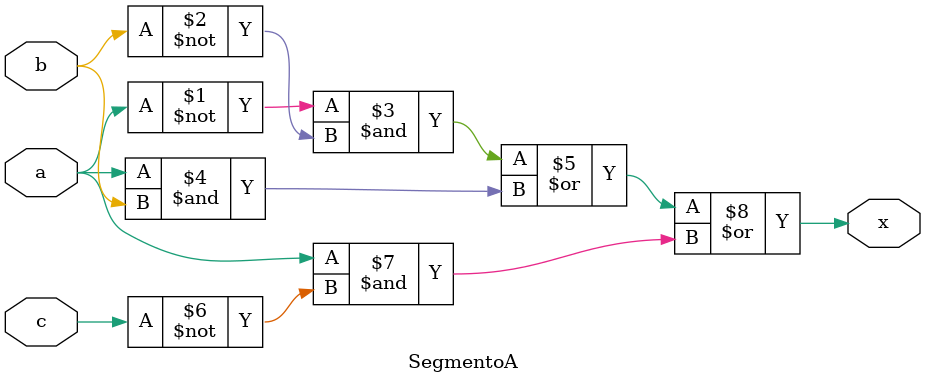
<source format=sv>
module SegmentoA(a,b,c,x);
   input a,b,c;
  output x;
  
  assign x=(~a&~b)|(a&b)|(a&~c);
  
endmodule
</source>
